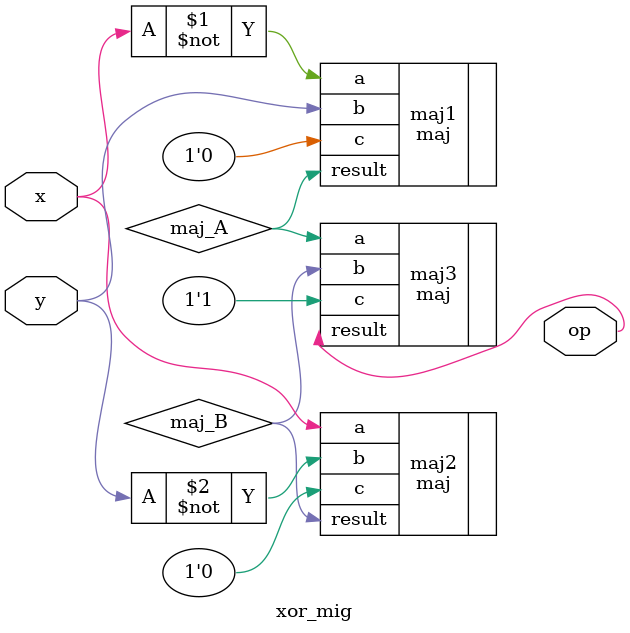
<source format=v>
`timescale 1ns / 1ps
module xor_mig(
   input x,
   input y,
   output op            
    );
    
    wire maj_A, maj_B;
    //this combination is same for MIG and mMIG so can use this in mMIG
    maj maj1 (.a(~x), .b(y), .c(1'b0), .result(maj_A));
    maj maj2 (.a(x), .b(~y), .c(1'b0), .result(maj_B));
    maj maj3 (.a(maj_A), .b(maj_B), .c(1'b1), .result(op));
    
endmodule
</source>
